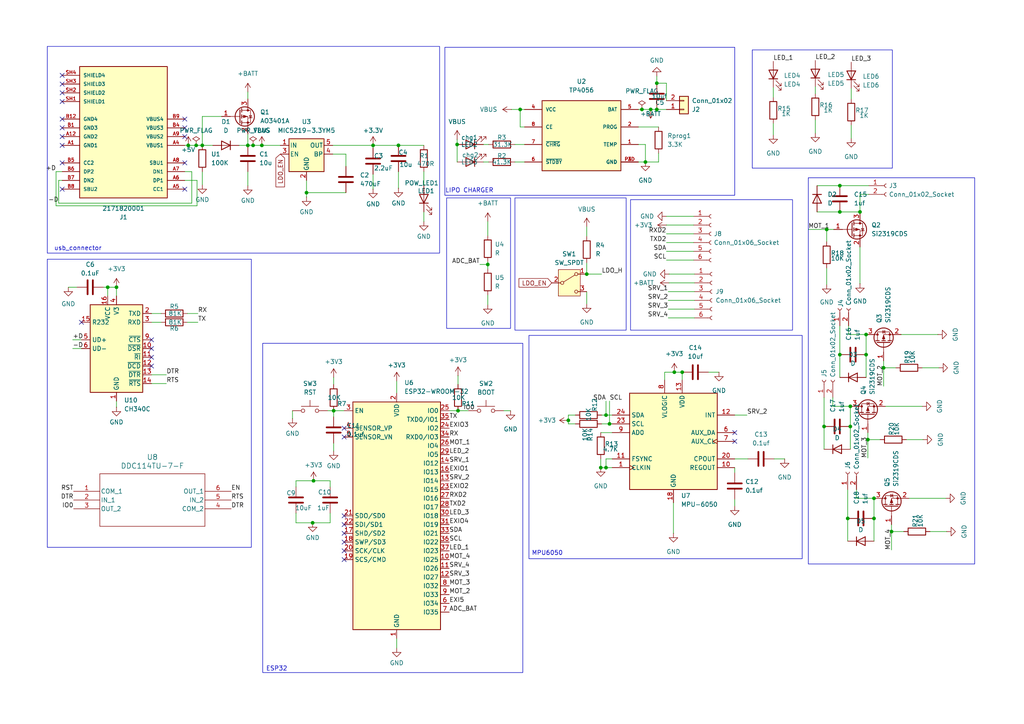
<source format=kicad_sch>
(kicad_sch (version 20231120) (generator "eeschema") (generator_version "8.0")
  (paper "A4")
  (lib_symbols
    (symbol "Connector:Conn_01x02_Socket" (pin_names (offset 1.016) hide)
      (property "Reference" "J" (at 0 2.54 0))
      (property "Value" "Conn_01x02_Socket" (at 0 -5.08 0))
      (symbol "Conn_01x02_Socket_1_1"
        (pin passive line (at -5.08 0 0) (length 3.81) (name "Pin_1") (number "1"))
        (pin passive line (at -5.08 -2.54 0) (length 3.81) (name "Pin_2") (number "2"))
      )
    )
    (symbol "Connector:Conn_01x06_Socket" (pin_names (offset 1.016) hide)
      (property "Reference" "J" (at 0 7.62 0))
      (property "Value" "Conn_01x06_Socket" (at 0 -10.16 0))
      (symbol "Conn_01x06_Socket_1_1"
        (pin passive line (at -5.08 5.08 0) (length 3.81) (name "Pin_1") (number "1"))
        (pin passive line (at -5.08 2.54 0) (length 3.81) (name "Pin_2") (number "2"))
        (pin passive line (at -5.08 0 0) (length 3.81) (name "Pin_3") (number "3"))
        (pin passive line (at -5.08 -2.54 0) (length 3.81) (name "Pin_4") (number "4"))
        (pin passive line (at -5.08 -5.08 0) (length 3.81) (name "Pin_5") (number "5"))
        (pin passive line (at -5.08 -7.62 0) (length 3.81) (name "Pin_6") (number "6"))
      )
    )
    (symbol "Connector_Generic:Conn_01x02" (pin_names (offset 1.016) hide)
      (property "Reference" "J" (at 0 2.54 0))
      (property "Value" "Conn_01x02" (at 0 -5.08 0))
      (symbol "Conn_01x02_1_1"
        (pin passive line (at -5.08 0 0) (length 3.81) (name "Pin_1") (number "1"))
        (pin passive line (at -5.08 -2.54 0) (length 3.81) (name "Pin_2") (number "2"))
      )
    )
    (symbol "DDC114TU-7-F:DDC114TU-7-F" (pin_names (offset 0.254))
      (property "Reference" "U" (at 22.86 10.16 0))
      (property "Value" "DDC114TU-7-F" (at 22.86 7.62 0))
      (symbol "DDC114TU-7-F_0_1"
        (pin bidirectional line (at 0 0 0) (length 7.62) (name "COM_1") (number "1"))
        (pin input line (at 0 -2.54 0) (length 7.62) (name "IN_1") (number "2"))
        (pin unspecified line (at 0 -5.08 0) (length 7.62) (name "OUT_2") (number "3"))
        (pin bidirectional line (at 45.72 -5.08 180) (length 7.62) (name "COM_2") (number "4"))
        (pin input line (at 45.72 -2.54 180) (length 7.62) (name "IN_2") (number "5"))
        (pin output line (at 45.72 0 180) (length 7.62) (name "OUT_1") (number "6"))
      )
    )
    (symbol "Device:C" (pin_numbers hide) (pin_names (offset 0.254))
      (property "Reference" "C" (at 0.635 2.54 0))
      (property "Value" "C" (at 0.635 -2.54 0))
      (symbol "C_1_1"
        (pin passive line (at 0 3.81 270) (length 2.794) (name "~") (number "1"))
        (pin passive line (at 0 -3.81 90) (length 2.794) (name "~") (number "2"))
      )
    )
    (symbol "Device:D" (pin_numbers hide) (pin_names (offset 1.016) hide)
      (property "Reference" "D" (at 0 2.54 0))
      (property "Value" "D" (at 0 -2.54 0))
      (symbol "D_1_1"
        (pin passive line (at -3.81 0 0) (length 2.54) (name "K") (number "1"))
        (pin passive line (at 3.81 0 180) (length 2.54) (name "A") (number "2"))
      )
    )
    (symbol "Device:LED" (pin_numbers hide) (pin_names (offset 1.016) hide)
      (property "Reference" "D" (at 0 2.54 0))
      (property "Value" "LED" (at 0 -2.54 0))
      (symbol "LED_1_1"
        (pin passive line (at -3.81 0 0) (length 2.54) (name "K") (number "1"))
        (pin passive line (at 3.81 0 180) (length 2.54) (name "A") (number "2"))
      )
    )
    (symbol "Device:R" (pin_numbers hide) (pin_names (offset 0))
      (property "Reference" "R" (at 2.032 0 90))
      (property "Value" "R" (at 0 0 90))
      (symbol "R_1_1"
        (pin passive line (at 0 3.81 270) (length 1.27) (name "~") (number "1"))
        (pin passive line (at 0 -3.81 90) (length 1.27) (name "~") (number "2"))
      )
    )
    (symbol "Interface_USB:CH340C"
      (property "Reference" "U" (at -5.08 13.97 0))
      (property "Value" "CH340C" (at 1.27 13.97 0))
      (symbol "CH340C_1_1"
        (pin power_in line (at 0 -15.24 90) (length 2.54) (name "GND") (number "1"))
        (pin input line (at 10.16 0 180) (length 2.54) (name "~{DSR}") (number "10"))
        (pin input line (at 10.16 -2.54 180) (length 2.54) (name "~{RI}") (number "11"))
        (pin input line (at 10.16 -5.08 180) (length 2.54) (name "~{DCD}") (number "12"))
        (pin output line (at 10.16 -7.62 180) (length 2.54) (name "~{DTR}") (number "13"))
        (pin output line (at 10.16 -10.16 180) (length 2.54) (name "~{RTS}") (number "14"))
        (pin input line (at -10.16 7.62 0) (length 2.54) (name "R232") (number "15"))
        (pin power_in line (at -2.54 15.24 270) (length 2.54) (name "VCC") (number "16"))
        (pin output line (at 10.16 10.16 180) (length 2.54) (name "TXD") (number "2"))
        (pin input line (at 10.16 7.62 180) (length 2.54) (name "RXD") (number "3"))
        (pin power_out line (at 0 15.24 270) (length 2.54) (name "V3") (number "4"))
        (pin bidirectional line (at -10.16 2.54 0) (length 2.54) (name "UD+") (number "5"))
        (pin bidirectional line (at -10.16 0 0) (length 2.54) (name "UD-") (number "6"))
        (pin no_connect line (at -7.62 -5.08 0) (length 2.54) hide (name "NC") (number "7"))
        (pin no_connect line (at -7.62 -7.62 0) (length 2.54) hide (name "NC") (number "8"))
        (pin input line (at 10.16 2.54 180) (length 2.54) (name "~{CTS}") (number "9"))
      )
    )
    (symbol "RF_Module:ESP32-WROOM-32"
      (property "Reference" "U" (at -12.7 34.29 0))
      (property "Value" "ESP32-WROOM-32" (at 1.27 34.29 0))
      (symbol "ESP32-WROOM-32_1_1"
        (pin power_in line (at 0 -35.56 90) (length 2.54) (name "GND") (number "1"))
        (pin bidirectional line (at 15.24 -12.7 180) (length 2.54) (name "IO25") (number "10"))
        (pin bidirectional line (at 15.24 -15.24 180) (length 2.54) (name "IO26") (number "11"))
        (pin bidirectional line (at 15.24 -17.78 180) (length 2.54) (name "IO27") (number "12"))
        (pin bidirectional line (at 15.24 10.16 180) (length 2.54) (name "IO14") (number "13"))
        (pin bidirectional line (at 15.24 15.24 180) (length 2.54) (name "IO12") (number "14"))
        (pin passive line (at 0 -35.56 90) (length 2.54) hide (name "GND") (number "15"))
        (pin bidirectional line (at 15.24 12.7 180) (length 2.54) (name "IO13") (number "16"))
        (pin bidirectional line (at -15.24 -5.08 0) (length 2.54) (name "SHD/SD2") (number "17"))
        (pin bidirectional line (at -15.24 -7.62 0) (length 2.54) (name "SWP/SD3") (number "18"))
        (pin bidirectional line (at -15.24 -12.7 0) (length 2.54) (name "SCS/CMD") (number "19"))
        (pin power_in line (at 0 35.56 270) (length 2.54) (name "VDD") (number "2"))
        (pin bidirectional line (at -15.24 -10.16 0) (length 2.54) (name "SCK/CLK") (number "20"))
        (pin bidirectional line (at -15.24 0 0) (length 2.54) (name "SDO/SD0") (number "21"))
        (pin bidirectional line (at -15.24 -2.54 0) (length 2.54) (name "SDI/SD1") (number "22"))
        (pin bidirectional line (at 15.24 7.62 180) (length 2.54) (name "IO15") (number "23"))
        (pin bidirectional line (at 15.24 25.4 180) (length 2.54) (name "IO2") (number "24"))
        (pin bidirectional line (at 15.24 30.48 180) (length 2.54) (name "IO0") (number "25"))
        (pin bidirectional line (at 15.24 20.32 180) (length 2.54) (name "IO4") (number "26"))
        (pin bidirectional line (at 15.24 5.08 180) (length 2.54) (name "IO16") (number "27"))
        (pin bidirectional line (at 15.24 2.54 180) (length 2.54) (name "IO17") (number "28"))
        (pin bidirectional line (at 15.24 17.78 180) (length 2.54) (name "IO5") (number "29"))
        (pin input line (at -15.24 30.48 0) (length 2.54) (name "EN") (number "3"))
        (pin bidirectional line (at 15.24 0 180) (length 2.54) (name "IO18") (number "30"))
        (pin bidirectional line (at 15.24 -2.54 180) (length 2.54) (name "IO19") (number "31"))
        (pin no_connect line (at -12.7 -27.94 0) (length 2.54) hide (name "NC") (number "32"))
        (pin bidirectional line (at 15.24 -5.08 180) (length 2.54) (name "IO21") (number "33"))
        (pin bidirectional line (at 15.24 22.86 180) (length 2.54) (name "RXD0/IO3") (number "34"))
        (pin bidirectional line (at 15.24 27.94 180) (length 2.54) (name "TXD0/IO1") (number "35"))
        (pin bidirectional line (at 15.24 -7.62 180) (length 2.54) (name "IO22") (number "36"))
        (pin bidirectional line (at 15.24 -10.16 180) (length 2.54) (name "IO23") (number "37"))
        (pin passive line (at 0 -35.56 90) (length 2.54) hide (name "GND") (number "38"))
        (pin passive line (at 0 -35.56 90) (length 2.54) hide (name "GND") (number "39"))
        (pin input line (at -15.24 25.4 0) (length 2.54) (name "SENSOR_VP") (number "4"))
        (pin input line (at -15.24 22.86 0) (length 2.54) (name "SENSOR_VN") (number "5"))
        (pin input line (at 15.24 -25.4 180) (length 2.54) (name "IO34") (number "6"))
        (pin input line (at 15.24 -27.94 180) (length 2.54) (name "IO35") (number "7"))
        (pin bidirectional line (at 15.24 -20.32 180) (length 2.54) (name "IO32") (number "8"))
        (pin bidirectional line (at 15.24 -22.86 180) (length 2.54) (name "IO33") (number "9"))
      )
    )
    (symbol "Regulator_Linear:MIC5219-3.3YM5" (pin_names (offset 0.254))
      (property "Reference" "U" (at -3.81 5.715 0))
      (property "Value" "MIC5219-3.3YM5" (at 0 5.715 0))
      (symbol "MIC5219-3.3YM5_1_1"
        (pin power_in line (at -7.62 2.54 0) (length 2.54) (name "IN") (number "1"))
        (pin power_in line (at 0 -7.62 90) (length 2.54) (name "GND") (number "2"))
        (pin input line (at -7.62 0 0) (length 2.54) (name "EN") (number "3"))
        (pin input line (at 7.62 0 180) (length 2.54) (name "BP") (number "4"))
        (pin power_out line (at 7.62 2.54 180) (length 2.54) (name "OUT") (number "5"))
      )
    )
    (symbol "Sensor_Motion:MPU-6050"
      (property "Reference" "U" (at -11.43 13.97 0))
      (property "Value" "MPU-6050" (at 7.62 -15.24 0))
      (symbol "MPU-6050_0_0"
        (text "" (at 12.7 -2.54 0) (effects (font (size 1.27 1.27))))
      )
      (symbol "MPU-6050_1_1"
        (pin input clock (at -17.78 -7.62 0) (length 5.08) (name "CLKIN") (number "1"))
        (pin passive line (at 17.78 -7.62 180) (length 5.08) (name "REGOUT") (number "10"))
        (pin input line (at -17.78 -5.08 0) (length 5.08) (name "FSYNC") (number "11"))
        (pin output line (at 17.78 7.62 180) (length 5.08) (name "INT") (number "12"))
        (pin power_in line (at 2.54 17.78 270) (length 3.81) (name "VDD") (number "13"))
        (pin no_connect line (at -12.7 -10.16 0) (length 2.54) hide (name "NC") (number "14"))
        (pin no_connect line (at 12.7 12.7 180) (length 2.54) hide (name "NC") (number "15"))
        (pin no_connect line (at 12.7 10.16 180) (length 2.54) hide (name "NC") (number "16"))
        (pin no_connect line (at 12.7 5.08 180) (length 2.54) hide (name "NC") (number "17"))
        (pin power_in line (at 0 -17.78 90) (length 3.81) (name "GND") (number "18"))
        (pin no_connect line (at 12.7 -10.16 180) (length 2.54) hide (name "RESV") (number "19"))
        (pin no_connect line (at -12.7 12.7 0) (length 2.54) hide (name "NC") (number "2"))
        (pin passive line (at 17.78 -5.08 180) (length 5.08) (name "CPOUT") (number "20"))
        (pin no_connect line (at 12.7 -2.54 180) (length 2.54) hide (name "RESV") (number "21"))
        (pin no_connect line (at 12.7 -12.7 180) (length 2.54) hide (name "RESV") (number "22"))
        (pin input line (at -17.78 5.08 0) (length 5.08) (name "SCL") (number "23"))
        (pin bidirectional line (at -17.78 7.62 0) (length 5.08) (name "SDA") (number "24"))
        (pin no_connect line (at -12.7 10.16 0) (length 2.54) hide (name "NC") (number "3"))
        (pin no_connect line (at -12.7 0 0) (length 2.54) hide (name "NC") (number "4"))
        (pin no_connect line (at -12.7 -2.54 0) (length 2.54) hide (name "NC") (number "5"))
        (pin bidirectional line (at 17.78 2.54 180) (length 5.08) (name "AUX_DA") (number "6"))
        (pin output clock (at 17.78 0 180) (length 5.08) (name "AUX_CL") (number "7"))
        (pin power_in line (at -2.54 17.78 270) (length 3.81) (name "VLOGIC") (number "8"))
        (pin input line (at -17.78 2.54 0) (length 5.08) (name "AD0") (number "9"))
      )
    )
    (symbol "Switch:SW_Push" (pin_numbers hide) (pin_names (offset 1.016) hide)
      (property "Reference" "SW" (at 1.27 2.54 0))
      (property "Value" "SW_Push" (at 0 -1.524 0))
      (symbol "SW_Push_0_1"
        (pin passive line (at -5.08 0 0) (length 2.54) (name "1") (number "1"))
        (pin passive line (at 5.08 0 180) (length 2.54) (name "2") (number "2"))
      )
    )
    (symbol "Switch:SW_SPDT" (pin_names (offset 0) hide)
      (property "Reference" "SW" (at 0 5.08 0))
      (property "Value" "SW_SPDT" (at 0 -5.08 0))
      (symbol "SW_SPDT_1_1"
        (pin passive line (at 5.08 2.54 180) (length 2.54) (name "A") (number "1"))
        (pin passive line (at -5.08 0 0) (length 2.54) (name "B") (number "2"))
        (pin passive line (at 5.08 -2.54 180) (length 2.54) (name "C") (number "3"))
      )
    )
    (symbol "TP4056:TP4056" (pin_names (offset 1.016))
      (property "Reference" "U" (at 0 0 0))
      (property "Value" "TP4056" (at 0 0 0))
      (symbol "TP4056_0_0"
        (pin bidirectional line (at 15.24 -2.54 180) (length 5.08) (name "TEMP") (number "1"))
        (pin bidirectional line (at 15.24 2.54 180) (length 5.08) (name "PROG") (number "2"))
        (pin bidirectional line (at 15.24 -7.62 180) (length 5.08) (name "GND") (number "3"))
        (pin bidirectional line (at -17.78 7.62 0) (length 5.08) (name "VCC") (number "4"))
        (pin bidirectional line (at 15.24 7.62 180) (length 5.08) (name "BAT") (number "5"))
        (pin bidirectional line (at -17.78 -7.62 0) (length 5.08) (name "~{STDBY}") (number "6"))
        (pin bidirectional line (at -17.78 -2.54 0) (length 5.08) (name "~{CHRG}") (number "7"))
        (pin bidirectional line (at -17.78 2.54 0) (length 5.08) (name "CE") (number "8"))
        (pin bidirectional line (at 15.24 -7.62 180) (length 5.08) (name "GND") (number "PAD"))
      )
    )
    (symbol "Transistor_FET:AO3401A" (pin_names hide)
      (property "Reference" "Q" (at 5.08 1.905 0))
      (property "Value" "AO3401A" (at 5.08 0 0))
      (symbol "AO3401A_1_1"
        (pin input line (at -5.08 0 0) (length 2.54) (name "G") (number "1"))
        (pin passive line (at 2.54 -5.08 90) (length 2.54) (name "S") (number "2"))
        (pin passive line (at 2.54 5.08 270) (length 2.54) (name "D") (number "3"))
      )
    )
    (symbol "Transistor_FET:Si2319CDS" (pin_names hide)
      (property "Reference" "Q" (at 5.08 1.905 0))
      (property "Value" "Si2319CDS" (at 5.08 0 0))
      (symbol "Si2319CDS_1_1"
        (pin input line (at -5.08 0 0) (length 2.54) (name "G") (number "1"))
        (pin passive line (at 2.54 -5.08 90) (length 2.54) (name "S") (number "2"))
        (pin passive line (at 2.54 5.08 270) (length 2.54) (name "D") (number "3"))
      )
    )
    (symbol "USB_C_ESPDRONE:2171820001" (pin_names (offset 1.016))
      (property "Reference" "J" (at -12.7 18.542 0))
      (property "Value" "2171820001" (at -12.7 -21.082 0))
      (symbol "2171820001_0_0"
        (pin power_in line (at 17.78 2.54 180) (length 5.08) (name "GND1") (number "A1"))
        (pin power_in line (at 17.78 0 180) (length 5.08) (name "GND2") (number "A12"))
        (pin power_in line (at -17.78 2.54 0) (length 5.08) (name "VBUS1") (number "A4"))
        (pin bidirectional line (at -17.78 15.24 0) (length 5.08) (name "CC1") (number "A5"))
        (pin bidirectional line (at -17.78 12.7 0) (length 5.08) (name "DP1") (number "A6"))
        (pin bidirectional line (at -17.78 10.16 0) (length 5.08) (name "DN1") (number "A7"))
        (pin bidirectional line (at -17.78 7.62 0) (length 5.08) (name "SBU1") (number "A8"))
        (pin power_in line (at -17.78 0 0) (length 5.08) (name "VBUS2") (number "A9"))
        (pin power_in line (at 17.78 -2.54 180) (length 5.08) (name "GND3") (number "B1"))
        (pin power_in line (at 17.78 -5.08 180) (length 5.08) (name "GND4") (number "B12"))
        (pin power_in line (at -17.78 -2.54 0) (length 5.08) (name "VBUS3") (number "B4"))
        (pin bidirectional line (at 17.78 7.62 180) (length 5.08) (name "CC2") (number "B5"))
        (pin bidirectional line (at 17.78 10.16 180) (length 5.08) (name "DP2") (number "B6"))
        (pin bidirectional line (at 17.78 12.7 180) (length 5.08) (name "DN2") (number "B7"))
        (pin bidirectional line (at 17.78 15.24 180) (length 5.08) (name "SBU2") (number "B8"))
        (pin power_in line (at -17.78 -5.08 0) (length 5.08) (name "VBUS4") (number "B9"))
        (pin passive line (at 17.78 -10.16 180) (length 5.08) (name "SHIELD1") (number "SH1"))
        (pin passive line (at 17.78 -12.7 180) (length 5.08) (name "SHIELD2") (number "SH2"))
        (pin passive line (at 17.78 -15.24 180) (length 5.08) (name "SHIELD3") (number "SH3"))
        (pin passive line (at 17.78 -17.78 180) (length 5.08) (name "SHIELD4") (number "SH4"))
      )
    )
    (symbol "power:+3.3V" (power) (pin_numbers hide) (pin_names (offset 0) hide)
      (property "Value" "+3.3V" (at 0 3.556 0))
      (symbol "+3.3V_1_1"
        (pin power_in line (at 0 0 90) (length 0) (name "~") (number "1"))
      )
    )
    (symbol "power:+3V3" (power) (pin_numbers hide) (pin_names (offset 0) hide)
      (property "Value" "+3V3" (at 0 3.556 0))
      (symbol "+3V3_1_1"
        (pin power_in line (at 0 0 90) (length 0) (name "~") (number "1"))
      )
    )
    (symbol "power:+5V" (power) (pin_numbers hide) (pin_names (offset 0) hide)
      (property "Value" "+5V" (at 0 3.556 0))
      (symbol "+5V_1_1"
        (pin power_in line (at 0 0 90) (length 0) (name "~") (number "1"))
      )
    )
    (symbol "power:+BATT" (power) (pin_numbers hide) (pin_names (offset 0) hide)
      (property "Value" "+BATT" (at 0 3.556 0))
      (symbol "+BATT_1_1"
        (pin power_in line (at 0 0 90) (length 0) (name "~") (number "1"))
      )
    )
    (symbol "power:GND" (power) (pin_numbers hide) (pin_names (offset 0) hide)
      (property "Value" "GND" (at 0 -3.81 0))
      (symbol "GND_1_1"
        (pin power_in line (at 0 0 270) (length 0) (name "~") (number "1"))
      )
    )
    (symbol "power:PWR_FLAG" (power) (pin_numbers hide) (pin_names (offset 0) hide)
      (property "Value" "PWR_FLAG" (at 0 3.81 0))
      (symbol "PWR_FLAG_0_0"
        (pin power_out line (at 0 0 90) (length 0) (name "~") (number "1"))
      )
    )
    (symbol "power:VBUS" (power) (pin_numbers hide) (pin_names (offset 0) hide)
      (property "Value" "VBUS" (at 0 3.556 0))
      (symbol "VBUS_1_1"
        (pin power_in line (at 0 0 90) (length 0) (name "~") (number "1"))
      )
    )
  )
  (junction (at 187.198 46.99))
  (junction (at 256.286 106.68))
  (junction (at 246.634 117.856))
  (junction (at 239.776 66.548))
  (junction (at 190.5 31.75))
  (junction (at 58.674 42.164))
  (junction (at 90.678 151.638))
  (junction (at 73.406 42.164))
  (junction (at 132.842 119.126))
  (junction (at 108.204 42.164))
  (junction (at 195.58 107.95))
  (junction (at 243.586 102.87))
  (junction (at 251.206 97.028))
  (junction (at 75.946 42.164))
  (junction (at 96.774 119.126))
  (junction (at 258.572 154.178))
  (junction (at 164.846 121.92))
  (junction (at 245.872 150.368))
  (junction (at 186.182 31.75))
  (junction (at 170.18 79.502))
  (junction (at 31.242 83.312))
  (junction (at 56.896 42.164))
  (junction (at 251.714 127.508))
  (junction (at 141.478 76.708))
  (junction (at 249.428 61.468))
  (junction (at 246.634 123.698))
  (junction (at 115.57 42.164))
  (junction (at 197.866 107.95))
  (junction (at 190.5 24.13))
  (junction (at 239.014 123.698))
  (junction (at 243.586 61.468))
  (junction (at 175.768 120.396))
  (junction (at 88.9 55.88))
  (junction (at 251.206 102.87))
  (junction (at 150.876 31.75))
  (junction (at 176.784 122.936))
  (junction (at 71.882 42.164))
  (junction (at 175.768 135.636))
  (junction (at 33.782 83.312))
  (junction (at 132.588 41.91))
  (junction (at 90.932 139.446))
  (junction (at 253.492 144.526))
  (junction (at 253.492 150.368))
  (junction (at 188.722 31.75))
  (junction (at 243.586 53.848))
  (junction (at 174.244 135.636))
  (junction (at 54.61 42.164))
  (no_connect (at 99.822 157.226))
  (no_connect (at 53.594 54.864))
  (no_connect (at 18.034 26.924))
  (no_connect (at 18.034 42.164))
  (no_connect (at 213.106 125.476))
  (no_connect (at 18.034 37.084))
  (no_connect (at 53.594 37.084))
  (no_connect (at 18.034 34.544))
  (no_connect (at 53.594 47.244))
  (no_connect (at 99.822 162.306))
  (no_connect (at 99.822 126.746))
  (no_connect (at 18.034 54.864))
  (no_connect (at 53.594 34.544))
  (no_connect (at 23.622 93.472))
  (no_connect (at 213.106 128.016))
  (no_connect (at 43.942 106.172))
  (no_connect (at 18.034 29.464))
  (no_connect (at 43.942 98.552))
  (no_connect (at 99.822 154.686))
  (no_connect (at 18.034 39.624))
  (no_connect (at 43.942 101.092))
  (no_connect (at 99.822 124.206))
  (no_connect (at 18.034 24.384))
  (no_connect (at 53.594 39.624))
  (no_connect (at 99.822 159.766))
  (no_connect (at 43.942 103.632))
  (no_connect (at 18.034 21.844))
  (no_connect (at 99.822 152.146))
  (no_connect (at 18.034 47.244))
  (no_connect (at 99.822 149.606))
  (wire (pts (xy 53.594 52.324) (xy 57.15 52.324)))
  (wire (pts (xy 245.872 156.972) (xy 245.872 150.368)))
  (wire (pts (xy 255.27 127.508) (xy 251.714 127.508)))
  (wire (pts (xy 239.776 77.724) (xy 239.776 82.55)))
  (wire (pts (xy 246.634 117.856) (xy 246.634 123.698)))
  (wire (pts (xy 170.18 79.502) (xy 174.498 79.502)))
  (wire (pts (xy 243.586 102.87) (xy 243.586 94.488)))
  (wire (pts (xy 21.082 101.092) (xy 23.622 101.092)))
  (wire (pts (xy 176.784 122.936) (xy 177.546 122.936)))
  (wire (pts (xy 213.106 133.096) (xy 216.916 133.096)))
  (wire (pts (xy 259.842 106.68) (xy 256.286 106.68)))
  (wire (pts (xy 150.876 36.83) (xy 150.876 31.75)))
  (wire (pts (xy 248.412 141.986) (xy 248.412 144.526)))
  (wire (pts (xy 213.106 144.78) (xy 213.106 146.812)))
  (wire (pts (xy 190.5 31.75) (xy 193.294 31.75)))
  (wire (pts (xy 84.836 119.126) (xy 84.836 121.412)))
  (wire (pts (xy 194.056 79.502) (xy 201.422 79.502)))
  (wire (pts (xy 236.982 61.468) (xy 243.586 61.468)))
  (wire (pts (xy 197.866 110.236) (xy 197.866 107.95)))
  (wire (pts (xy 213.106 135.636) (xy 213.106 137.16)))
  (wire (pts (xy 243.586 109.474) (xy 243.586 102.87)))
  (wire (pts (xy 174.498 120.396) (xy 175.768 120.396)))
  (wire (pts (xy 96.52 44.704) (xy 100.33 44.704)))
  (wire (pts (xy 96.774 120.904) (xy 96.774 119.126)))
  (wire (pts (xy 100.33 55.88) (xy 88.9 55.88)))
  (wire (pts (xy 21.082 98.552) (xy 23.622 98.552)))
  (wire (pts (xy 150.876 31.75) (xy 152.146 31.75)))
  (wire (pts (xy 95.758 139.446) (xy 95.758 141.224)))
  (wire (pts (xy 85.852 151.638) (xy 85.852 148.844)))
  (wire (pts (xy 164.846 122.936) (xy 166.878 122.936)))
  (wire (pts (xy 140.208 46.99) (xy 141.732 46.99)))
  (wire (pts (xy 175.768 133.096) (xy 175.768 135.636)))
  (wire (pts (xy 17.018 52.324) (xy 18.034 52.324)))
  (wire (pts (xy 130.302 119.126) (xy 132.842 119.126)))
  (wire (pts (xy 174.498 122.936) (xy 176.784 122.936)))
  (wire (pts (xy 256.794 117.856) (xy 267.462 117.856)))
  (wire (pts (xy 31.242 83.312) (xy 33.782 83.312)))
  (wire (pts (xy 239.776 66.548) (xy 241.808 66.548)))
  (wire (pts (xy 33.782 83.312) (xy 33.782 85.852)))
  (wire (pts (xy 249.428 61.468) (xy 243.586 61.468)))
  (wire (pts (xy 69.342 42.164) (xy 71.882 42.164)))
  (wire (pts (xy 141.478 85.598) (xy 141.478 88.392)))
  (wire (pts (xy 256.286 112.014) (xy 256.286 106.68)))
  (wire (pts (xy 58.674 33.782) (xy 58.674 42.164)))
  (wire (pts (xy 239.776 70.104) (xy 239.776 66.548)))
  (wire (pts (xy 258.572 154.178) (xy 258.572 152.146)))
  (wire (pts (xy 122.936 61.468) (xy 122.936 64.262)))
  (wire (pts (xy 55.626 58.928) (xy 17.018 58.928)))
  (wire (pts (xy 192.786 107.95) (xy 195.58 107.95)))
  (wire (pts (xy 246.888 36.322) (xy 246.888 40.132)))
  (wire (pts (xy 194.056 82.042) (xy 201.422 82.042)))
  (wire (pts (xy 90.678 151.638) (xy 85.852 151.638)))
  (wire (pts (xy 166.878 120.396) (xy 164.846 120.396)))
  (wire (pts (xy 243.586 53.848) (xy 251.968 53.848)))
  (wire (pts (xy 253.492 144.526) (xy 253.492 150.368)))
  (wire (pts (xy 269.748 154.178) (xy 274.574 154.178)))
  (wire (pts (xy 224.536 133.096) (xy 227.584 133.096)))
  (wire (pts (xy 53.594 42.164) (xy 54.61 42.164)))
  (wire (pts (xy 148.336 31.75) (xy 150.876 31.75)))
  (wire (pts (xy 88.9 55.88) (xy 88.9 52.324)))
  (wire (pts (xy 96.774 109.474) (xy 96.774 111.506)))
  (wire (pts (xy 64.262 33.782) (xy 58.674 33.782)))
  (wire (pts (xy 174.244 133.096) (xy 174.244 135.636)))
  (wire (pts (xy 246.888 25.654) (xy 246.888 28.702)))
  (wire (pts (xy 54.61 42.164) (xy 56.896 42.164)))
  (wire (pts (xy 43.942 93.472) (xy 46.736 93.472)))
  (wire (pts (xy 190.5 22.098) (xy 190.5 24.13)))
  (wire (pts (xy 19.812 83.312) (xy 22.352 83.312)))
  (wire (pts (xy 140.208 41.91) (xy 141.732 41.91)))
  (wire (pts (xy 122.936 49.784) (xy 122.936 53.848)))
  (wire (pts (xy 213.106 120.396) (xy 216.662 120.396)))
  (wire (pts (xy 192.786 110.236) (xy 192.786 107.95)))
  (wire (pts (xy 251.714 127.508) (xy 251.714 125.476)))
  (wire (pts (xy 193.802 87.122) (xy 201.422 87.122)))
  (wire (pts (xy 139.192 76.708) (xy 141.478 76.708)))
  (wire (pts (xy 95.758 151.638) (xy 90.678 151.638)))
  (wire (pts (xy 251.206 97.028) (xy 251.206 102.87)))
  (wire (pts (xy 54.356 90.932) (xy 57.404 90.932)))
  (wire (pts (xy 239.014 123.698) (xy 239.014 115.316)))
  (wire (pts (xy 149.352 41.91) (xy 152.146 41.91)))
  (wire (pts (xy 253.492 156.972) (xy 253.492 150.368)))
  (wire (pts (xy 251.206 109.474) (xy 251.206 102.87)))
  (wire (pts (xy 43.942 108.712) (xy 48.26 108.712)))
  (wire (pts (xy 43.942 90.932) (xy 46.736 90.932)))
  (wire (pts (xy 246.126 94.488) (xy 246.126 97.028)))
  (wire (pts (xy 185.166 31.75) (xy 186.182 31.75)))
  (wire (pts (xy 95.758 148.844) (xy 95.758 151.638)))
  (wire (pts (xy 241.554 115.316) (xy 241.554 117.856)))
  (wire (pts (xy 176.784 116.332) (xy 176.784 122.936)))
  (wire (pts (xy 175.768 116.332) (xy 175.768 120.396)))
  (wire (pts (xy 249.428 56.388) (xy 249.428 61.468)))
  (wire (pts (xy 224.282 35.814) (xy 224.282 39.116)))
  (wire (pts (xy 108.204 42.164) (xy 115.57 42.164)))
  (wire (pts (xy 190.5 24.13) (xy 193.294 24.13)))
  (wire (pts (xy 239.014 130.302) (xy 239.014 123.698)))
  (wire (pts (xy 71.882 49.784) (xy 71.882 53.848)))
  (wire (pts (xy 249.428 71.628) (xy 249.428 82.296)))
  (wire (pts (xy 96.774 128.524) (xy 96.774 130.81)))
  (wire (pts (xy 193.294 70.358) (xy 201.168 70.358)))
  (wire (pts (xy 177.546 133.096) (xy 175.768 133.096)))
  (wire (pts (xy 88.9 57.15) (xy 88.9 55.88)))
  (wire (pts (xy 56.896 42.164) (xy 58.674 42.164)))
  (wire (pts (xy 195.58 107.95) (xy 197.866 107.95)))
  (wire (pts (xy 251.968 56.388) (xy 249.428 56.388)))
  (wire (pts (xy 251.714 132.842) (xy 251.714 127.508)))
  (wire (pts (xy 29.972 83.312) (xy 31.242 83.312)))
  (wire (pts (xy 193.294 72.898) (xy 201.168 72.898)))
  (wire (pts (xy 236.982 53.848) (xy 243.586 53.848)))
  (wire (pts (xy 146.05 119.126) (xy 148.082 119.126)))
  (wire (pts (xy 224.282 25.4) (xy 224.282 28.194)))
  (wire (pts (xy 262.89 127.508) (xy 267.716 127.508)))
  (wire (pts (xy 149.352 46.99) (xy 152.146 46.99)))
  (wire (pts (xy 263.652 144.526) (xy 274.32 144.526)))
  (wire (pts (xy 96.52 42.164) (xy 108.204 42.164)))
  (wire (pts (xy 57.15 52.324) (xy 57.15 59.69)))
  (wire (pts (xy 246.634 130.302) (xy 246.634 123.698)))
  (wire (pts (xy 170.18 84.582) (xy 170.18 88.138)))
  (wire (pts (xy 234.442 66.548) (xy 239.776 66.548)))
  (wire (pts (xy 187.198 41.91) (xy 187.198 46.99)))
  (wire (pts (xy 132.842 119.126) (xy 135.89 119.126)))
  (wire (pts (xy 248.412 144.526) (xy 253.492 144.526)))
  (wire (pts (xy 185.166 41.91) (xy 187.198 41.91)))
  (wire (pts (xy 170.18 65.786) (xy 170.18 68.58)))
  (wire (pts (xy 141.478 76.708) (xy 141.478 77.978)))
  (wire (pts (xy 16.256 49.784) (xy 18.034 49.784)))
  (wire (pts (xy 71.882 38.862) (xy 71.882 42.164)))
  (wire (pts (xy 193.294 67.818) (xy 201.168 67.818)))
  (wire (pts (xy 236.474 34.798) (xy 236.474 38.608)))
  (wire (pts (xy 94.996 119.126) (xy 96.774 119.126)))
  (wire (pts (xy 193.802 84.582) (xy 201.422 84.582)))
  (wire (pts (xy 85.852 141.224) (xy 85.852 139.446)))
  (wire (pts (xy 245.872 150.368) (xy 245.872 141.986)))
  (wire (pts (xy 108.204 42.164) (xy 108.204 42.926)))
  (wire (pts (xy 73.406 42.164) (xy 75.946 42.164)))
  (wire (pts (xy 175.768 135.636) (xy 177.546 135.636)))
  (wire (pts (xy 175.768 120.396) (xy 177.546 120.396)))
  (wire (pts (xy 191.008 46.99) (xy 187.198 46.99)))
  (wire (pts (xy 57.15 59.69) (xy 16.256 59.69)))
  (wire (pts (xy 191.008 44.45) (xy 191.008 46.99)))
  (wire (pts (xy 100.33 44.704) (xy 100.33 48.26)))
  (wire (pts (xy 108.204 50.546) (xy 108.204 54.864)))
  (wire (pts (xy 246.126 97.028) (xy 251.206 97.028)))
  (wire (pts (xy 16.256 59.69) (xy 16.256 49.784)))
  (wire (pts (xy 55.626 49.784) (xy 55.626 58.928)))
  (wire (pts (xy 33.782 116.332) (xy 33.782 118.11)))
  (wire (pts (xy 58.674 49.784) (xy 58.674 53.594)))
  (wire (pts (xy 186.182 31.75) (xy 188.722 31.75)))
  (wire (pts (xy 185.166 46.99) (xy 187.198 46.99)))
  (wire (pts (xy 85.852 139.446) (xy 90.932 139.446)))
  (wire (pts (xy 43.942 111.252) (xy 48.26 111.252)))
  (wire (pts (xy 174.244 135.636) (xy 175.768 135.636)))
  (wire (pts (xy 164.846 121.92) (xy 164.846 122.936)))
  (wire (pts (xy 53.594 49.784) (xy 55.626 49.784)))
  (wire (pts (xy 256.286 106.68) (xy 256.286 104.648)))
  (wire (pts (xy 193.802 89.662) (xy 201.422 89.662)))
  (wire (pts (xy 115.062 110.49) (xy 115.062 114.046)))
  (wire (pts (xy 141.478 75.946) (xy 141.478 76.708)))
  (wire (pts (xy 267.462 106.68) (xy 272.288 106.68)))
  (wire (pts (xy 262.128 154.178) (xy 258.572 154.178)))
  (wire (pts (xy 96.774 119.126) (xy 99.822 119.126)))
  (wire (pts (xy 152.146 36.83) (xy 150.876 36.83)))
  (wire (pts (xy 193.294 62.738) (xy 201.168 62.738)))
  (wire (pts (xy 193.294 75.438) (xy 201.168 75.438)))
  (wire (pts (xy 132.588 41.91) (xy 132.588 46.99)))
  (wire (pts (xy 193.802 92.202) (xy 201.422 92.202)))
  (wire (pts (xy 185.166 36.83) (xy 191.008 36.83)))
  (wire (pts (xy 193.294 65.278) (xy 201.168 65.278)))
  (wire (pts (xy 17.018 58.928) (xy 17.018 52.324)))
  (wire (pts (xy 71.882 42.164) (xy 73.406 42.164)))
  (wire (pts (xy 188.722 31.75) (xy 190.5 31.75)))
  (wire (pts (xy 261.366 97.028) (xy 272.034 97.028)))
  (wire (pts (xy 90.932 139.446) (xy 95.758 139.446)))
  (wire (pts (xy 71.882 26.67) (xy 71.882 28.702)))
  (wire (pts (xy 236.474 25.146) (xy 236.474 27.178)))
  (wire (pts (xy 31.242 83.312) (xy 31.242 85.852)))
  (wire (pts (xy 241.554 117.856) (xy 246.634 117.856)))
  (wire (pts (xy 205.486 107.95) (xy 208.534 107.95)))
  (wire (pts (xy 164.846 120.396) (xy 164.846 121.92)))
  (wire (pts (xy 258.572 159.512) (xy 258.572 154.178)))
  (wire (pts (xy 54.356 93.472) (xy 57.404 93.472)))
  (wire (pts (xy 115.062 185.166) (xy 115.062 187.96)))
  (wire (pts (xy 195.326 145.796) (xy 195.326 154.686)))
  (wire (pts (xy 75.946 42.164) (xy 81.28 42.164)))
  (wire (pts (xy 174.244 125.476) (xy 177.546 125.476)))
  (wire (pts (xy 141.478 64.262) (xy 141.478 68.326)))
  (wire (pts (xy 115.57 42.164) (xy 122.936 42.164)))
  (wire (pts (xy 132.588 41.91) (xy 132.588 40.386)))
  (wire (pts (xy 132.842 108.966) (xy 132.842 111.506)))
  (wire (pts (xy 193.294 24.13) (xy 193.294 29.21)))
  (wire (pts (xy 58.674 42.164) (xy 61.722 42.164)))
  (wire (pts (xy 115.57 49.784) (xy 115.57 54.61)))
  (wire (pts (xy 170.18 76.2) (xy 170.18 79.502)))
  (rectangle (start 76.2 99.568) (end 151.638 195.072))
  (rectangle (start 13.716 75.184) (end 72.898 158.75))
  (rectangle (start 182.88 57.912) (end 229.87 95.758))
  (rectangle (start 129.54 57.404) (end 148.082 95.25))
  (rectangle (start 153.416 97.282) (end 232.664 162.052))
  (rectangle (start 234.442 51.562) (end 282.702 163.576))
  (rectangle (start 129.032 13.716) (end 213.106 56.642))
  (rectangle (start 13.716 13.462) (end 127.508 73.406))
  (rectangle (start 149.352 57.404) (end 181.61 95.758))
  (rectangle (start 218.186 14.478) (end 258.826 48.768))
  (text "ESP32\n" (at 80.264 194.056 0) (effects (font (size 1.27 1.27))))
  (text "MPU6050\n" (at 158.75 160.528 0) (effects (font (size 1.27 1.27))))
  (text "usb_connector\n\n" (at 22.606 73.152 0) (effects (font (size 1.27 1.27))))
  (text "LIPO CHARGER" (at 136.144 55.372 0) (effects (font (size 1.27 1.27))))
  (label "TXD2" (at 130.302 147.066 0))
  (label "SRV_1" (at 130.302 134.366 0))
  (label "LED_2" (at 130.302 131.826 0))
  (label "TX" (at 130.302 121.666 0))
  (label "TXD2" (at 193.294 70.358 180))
  (label "MOT_2" (at 256.286 112.014 90))
  (label "DTR" (at 21.336 145.034 180))
  (label "SRV_4" (at 130.302 164.846 0))
  (label "LED_1" (at 224.282 17.78 0))
  (label "RX" (at 130.302 126.746 0))
  (label "RST" (at 21.336 142.494 180))
  (label "LED_2" (at 236.474 17.526 0))
  (label "IO0" (at 134.366 119.126 0))
  (label "MOT_3" (at 130.302 169.926 0))
  (label "RTS" (at 48.26 111.252 0))
  (label "MOT_2" (at 130.302 172.466 0))
  (label "MOT_1" (at 130.302 129.286 0))
  (label "EXIO2" (at 130.302 141.986 0))
  (label "SDA" (at 130.302 154.686 0))
  (label "SRV_2" (at 130.302 139.446 0))
  (label "MOT_1" (at 234.442 66.548 0))
  (label "EXIO3" (at 130.302 124.206 0))
  (label "MOT_4" (at 130.302 162.306 0))
  (label "RTS" (at 67.056 145.034 0))
  (label "SRV_3" (at 193.802 89.662 180))
  (label "RXD2" (at 130.302 144.526 0))
  (label "SCL" (at 130.302 157.226 0))
  (label "-D" (at 17.018 58.928 180))
  (label "LDO_H" (at 174.498 79.502 0))
  (label "RXD2" (at 193.294 67.818 180))
  (label "EXIO1" (at 130.302 136.906 0))
  (label "ADC_BAT" (at 139.192 76.708 180))
  (label "TX" (at 57.404 93.472 0))
  (label "SDA" (at 175.768 116.332 180))
  (label "LED_1" (at 130.302 159.766 0))
  (label "+D" (at 21.082 98.552 0))
  (label "SRV_2" (at 193.802 87.122 180))
  (label "DTR" (at 48.26 108.712 0))
  (label "MOT_3" (at 251.714 132.842 90))
  (label "SRV_4" (at 193.802 92.202 180))
  (label "-D" (at 21.082 101.092 0))
  (label "ADC_BAT" (at 130.302 177.546 0))
  (label "SDA" (at 193.294 72.898 180))
  (label "SRV_1" (at 193.802 84.582 180))
  (label "RX" (at 57.404 90.932 0))
  (label "EXI5" (at 130.302 175.006 0))
  (label "SRV_3" (at 130.302 167.386 0))
  (label "LED_3" (at 130.302 149.606 0))
  (label "MOT_4" (at 258.572 159.512 90))
  (label "+D" (at 16.256 49.784 180))
  (label "SCL" (at 193.294 75.438 180))
  (label "IO0" (at 21.336 147.574 180))
  (label "DTR" (at 67.056 147.574 0))
  (label "SRV_2" (at 216.662 120.396 0))
  (label "SCL" (at 176.784 116.332 0))
  (label "EN" (at 67.056 142.494 0))
  (label "LED_3" (at 246.888 18.034 0))
  (label "EXIO4" (at 130.302 152.146 0))
  (global_label "LDO_EN" (shape input) (at 160.02 82.042 180) (property "Intersheetrefs" "${INTERSHEET_REFS}" (effects (hide yes))))
  (global_label "LDO_EN" (shape input) (at 81.28 44.704 270) (property "Intersheetrefs" "${INTERSHEET_REFS}" (effects (hide yes))))
  (symbol (lib_id "power:VBUS") (at 170.18 65.786 0) (unit 1)
    (property "Reference" "#PWR019" (effects (hide yes)))
    (property "Value" "VBUS" (at 170.18 60.706 0))
    (property "Description" "Power symbol creates a global label with name \"VBUS\"" (effects (hide yes)))
  )
  (symbol (lib_id "Device:R") (at 265.938 154.178 270) (unit 1)
    (property "Reference" "R21" (at 265.43 149.098 0) (effects (justify left)))
    (property "Value" "10K" (at 266.954 149.098 0) (effects (justify left)))
    (property "Footprint" "Resistor_SMD:R_0603_1608Metric" (effects (hide yes)))
    (property "Description" "Resistor" (effects (hide yes)))
  )
  (symbol (lib_id "Device:C") (at 213.106 140.97 180) (unit 1)
    (property "Reference" "C12" (at 216.154 139.6999 0) (effects (justify right)))
    (property "Value" "0.1uf" (at 216.154 142.2399 0) (effects (justify right)))
    (property "Footprint" "Capacitor_SMD:C_0603_1608Metric" (effects (hide yes)))
    (property "Description" "Unpolarized capacitor" (effects (hide yes)))
  )
  (symbol (lib_id "Connector:Conn_01x02_Socket") (at 243.586 89.408 90) (unit 1)
    (property "Reference" "J4" (at 243.84 89.154 0) (effects (justify left)))
    (property "Value" "Conn_01x02_Socket" (at 246.1259 88.646 0) (effects (justify left)))
    (property "Footprint" "Connector_JST:JST_PH_B2B-PH-K_1x02_P2.00mm_Vertical" (effects (hide yes)))
    (property "Description" "Generic connector, single row, 01x02, script generated" (effects (hide yes)))
  )
  (symbol (lib_id "power:+3.3V") (at 108.204 42.164 0) (unit 1)
    (property "Reference" "#PWR011" (effects (hide yes)))
    (property "Value" "+3.3V" (at 108.204 37.846 0))
    (property "Description" "Power symbol creates a global label with name \"+3.3V\"" (effects (hide yes)))
  )
  (symbol (lib_id "Transistor_FET:Si2319CDS") (at 246.888 66.548 0) (unit 1)
    (property "Reference" "Q2" (at 252.73 65.2779 0) (effects (justify left)))
    (property "Value" "Si2319CDS" (at 252.73 67.8179 0) (effects (justify left)))
    (property "Footprint" "Package_TO_SOT_SMD:SOT-23" (effects (hide yes)))
    (property "Datasheet" "http://www.vishay.com/docs/66709/si2319cd.pdf" (effects (hide yes)))
    (property "Description" "-4.4A Id, -40V Vds, P-Channel MOSFET, SOT-23" (effects (hide yes)))
  )
  (symbol (lib_id "Device:D") (at 247.396 109.474 0) (unit 1)
    (property "Reference" "D3" (at 247.396 102.87 0))
    (property "Value" "D" (at 247.396 105.41 0))
    (property "Footprint" "Diode_SMD:D_SOD-123" (effects (hide yes)))
    (property "Description" "Diode" (effects (hide yes)))
    (property "Sim.Device" "D" (effects (hide yes)))
    (property "Sim.Pins" "1=K 2=A" (effects (hide yes)))
  )
  (symbol (lib_id "Device:R") (at 236.474 30.988 180) (unit 1)
    (property "Reference" "R16" (at 241.554 30.48 0) (effects (justify left)))
    (property "Value" "1K" (at 241.554 32.004 0) (effects (justify left)))
    (property "Footprint" "Resistor_SMD:R_0603_1608Metric" (effects (hide yes)))
    (property "Description" "Resistor" (effects (hide yes)))
  )
  (symbol (lib_id "Device:C") (at 95.758 145.034 180) (unit 1)
    (property "Reference" "C10" (at 92.202 142.748 0) (effects (justify right)))
    (property "Value" "1uF" (at 91.948 147.32 0) (effects (justify right)))
    (property "Footprint" "Capacitor_SMD:C_0603_1608Metric" (effects (hide yes)))
    (property "Description" "Unpolarized capacitor" (effects (hide yes)))
  )
  (symbol (lib_id "power:+3V3") (at 164.846 121.92 90) (unit 1)
    (property "Reference" "#PWR041" (effects (hide yes)))
    (property "Value" "+3V3" (at 161.29 121.9199 90) (effects (justify left)))
    (property "Description" "Power symbol creates a global label with name \"+3V3\"" (effects (hide yes)))
  )
  (symbol (lib_id "Device:C") (at 247.396 102.87 270) (unit 1)
    (property "Reference" "C16" (at 246.1259 98.806 0) (effects (justify right)))
    (property "Value" "1uf" (at 248.6659 98.806 0) (effects (justify right)))
    (property "Footprint" "Capacitor_SMD:C_0603_1608Metric" (effects (hide yes)))
    (property "Description" "Unpolarized capacitor" (effects (hide yes)))
  )
  (symbol (lib_id "power:GND") (at 195.326 154.686 0) (unit 1)
    (property "Reference" "#PWR037" (effects (hide yes)))
    (property "Value" "GND" (at 195.326 160.02 0))
    (property "Description" "Power symbol creates a global label with name \"GND\" , ground" (effects (hide yes)))
  )
  (symbol (lib_id "Device:R") (at 239.776 73.914 180) (unit 1)
    (property "Reference" "R18" (at 244.856 73.406 0) (effects (justify left)))
    (property "Value" "10K" (at 244.856 74.93 0) (effects (justify left)))
    (property "Footprint" "Resistor_SMD:R_0603_1608Metric" (effects (hide yes)))
    (property "Description" "Resistor" (effects (hide yes)))
  )
  (symbol (lib_id "Device:R") (at 191.008 40.64 0) (unit 1)
    (property "Reference" "Rprog1" (at 193.548 39.3699 0) (effects (justify left)))
    (property "Value" "3.3K" (at 193.548 41.9099 0) (effects (justify left)))
    (property "Footprint" "Diode_SMD:D_SOD-123" (effects (hide yes)))
    (property "Description" "Resistor" (effects (hide yes)))
  )
  (symbol (lib_id "power:GND") (at 90.678 151.638 0) (unit 1)
    (property "Reference" "#PWR036" (effects (hide yes)))
    (property "Value" "GND" (at 90.678 155.956 0))
    (property "Description" "Power symbol creates a global label with name \"GND\" , ground" (effects (hide yes)))
  )
  (symbol (lib_id "power:+3V3") (at 33.782 83.312 0) (unit 1)
    (property "Reference" "#PWR025" (effects (hide yes)))
    (property "Value" "+3V3" (at 33.782 77.978 0))
    (property "Description" "Power symbol creates a global label with name \"+3V3\"" (effects (hide yes)))
  )
  (symbol (lib_id "power:+5V") (at 54.61 42.164 0) (unit 1)
    (property "Reference" "#PWR08" (effects (hide yes)))
    (property "Value" "+5V" (at 54.61 43.434 0))
    (property "Description" "Power symbol creates a global label with name \"+5V\"" (effects (hide yes)))
  )
  (symbol (lib_id "Device:LED") (at 136.398 46.99 180) (unit 1)
    (property "Reference" "chg2" (at 136.398 44.958 0))
    (property "Value" "LED3" (at 136.144 46.99 0))
    (property "Footprint" "LED_SMD:LED_0201_0603Metric" (effects (hide yes)))
    (property "Description" "Light emitting diode" (effects (hide yes)))
  )
  (symbol (lib_id "Connector_Generic:Conn_01x02") (at 198.374 31.75 0) (mirror x) (unit 1)
    (property "Reference" "J2" (at 200.66 31.7501 0) (effects (justify left)))
    (property "Value" "Conn_01x02" (at 200.66 29.2101 0) (effects (justify left)))
    (property "Footprint" "Connector_JST:JST_PH_B2B-PH-K_1x02_P2.00mm_Vertical" (effects (hide yes)))
    (property "Description" "Generic connector, single row, 01x02, script generated (kicad-library-utils/schlib/autogen/connector/)" (effects (hide yes)))
  )
  (symbol (lib_id "power:GND") (at 208.534 107.95 0) (unit 1)
    (property "Reference" "#PWR038" (effects (hide yes)))
    (property "Value" "GND" (at 208.534 113.284 0))
    (property "Description" "Power symbol creates a global label with name \"GND\" , ground" (effects (hide yes)))
  )
  (symbol (lib_id "Transistor_FET:Si2319CDS") (at 258.572 147.066 90) (unit 1)
    (property "Reference" "Q5" (at 257.3019 141.224 0) (effects (justify left)))
    (property "Value" "Si2319CDS" (at 259.8419 141.224 0) (effects (justify left)))
    (property "Footprint" "Package_TO_SOT_SMD:SOT-23" (effects (hide yes)))
    (property "Datasheet" "http://www.vishay.com/docs/66709/si2319cd.pdf" (effects (hide yes)))
    (property "Description" "-4.4A Id, -40V Vds, P-Channel MOSFET, SOT-23" (effects (hide yes)))
  )
  (symbol (lib_id "power:GND") (at 115.062 187.96 0) (unit 1)
    (property "Reference" "#PWR034" (effects (hide yes)))
    (property "Value" "GND" (at 115.062 192.278 0))
    (property "Description" "Power symbol creates a global label with name \"GND\" , ground" (effects (hide yes)))
  )
  (symbol (lib_id "power:GND") (at 148.082 119.126 0) (unit 1)
    (property "Reference" "#PWR029" (effects (hide yes)))
    (property "Value" "GND" (at 148.082 124.46 0))
    (property "Description" "Power symbol creates a global label with name \"GND\" , ground" (effects (hide yes)))
  )
  (symbol (lib_id "Device:D") (at 65.532 42.164 180) (unit 1)
    (property "Reference" "D1" (at 65.532 35.306 0))
    (property "Value" "D" (at 65.532 37.846 0))
    (property "Footprint" "Diode_SMD:D_SMA" (effects (hide yes)))
    (property "Description" "Diode" (effects (hide yes)))
    (property "Sim.Device" "D" (effects (hide yes)))
    (property "Sim.Pins" "1=K 2=A" (effects (hide yes)))
  )
  (symbol (lib_id "power:GND") (at 33.782 118.11 0) (unit 1)
    (property "Reference" "#PWR027" (effects (hide yes)))
    (property "Value" "GND" (at 33.782 122.428 0))
    (property "Description" "Power symbol creates a global label with name \"GND\" , ground" (effects (hide yes)))
  )
  (symbol (lib_id "Device:R") (at 174.244 129.286 180) (unit 1)
    (property "Reference" "R13" (at 179.324 128.778 0) (effects (justify left)))
    (property "Value" "4.7K" (at 179.324 130.302 0) (effects (justify left)))
    (property "Footprint" "Resistor_SMD:R_0603_1608Metric" (effects (hide yes)))
    (property "Description" "Resistor" (effects (hide yes)))
  )
  (symbol (lib_id "power:GND") (at 174.244 135.636 0) (unit 1)
    (property "Reference" "#PWR040" (effects (hide yes)))
    (property "Value" "GND" (at 174.244 140.97 0))
    (property "Description" "Power symbol creates a global label with name \"GND\" , ground" (effects (hide yes)))
  )
  (symbol (lib_id "power:+BATT") (at 188.722 31.75 180) (unit 1)
    (property "Reference" "#PWR014" (effects (hide yes)))
    (property "Value" "+BATT" (at 188.722 33.02 0))
    (property "Description" "Power symbol creates a global label with name \"+BATT\"" (effects (hide yes)))
  )
  (symbol (lib_id "Switch:SW_SPDT") (at 165.1 82.042 0) (unit 1)
    (property "Reference" "SW1" (at 165.1 73.66 0))
    (property "Value" "SW_SPDT" (at 165.1 76.2 0))
    (property "Footprint" "Button_Switch_SMD:SW_SPDT_PCM12" (effects (hide yes)))
    (property "Description" "Switch, single pole double throw" (effects (hide yes)))
  )
  (symbol (lib_id "Device:C") (at 201.676 107.95 90) (unit 1)
    (property "Reference" "C14" (at 201.676 100.838 90))
    (property "Value" "10uf" (at 201.676 103.378 90))
    (property "Footprint" "Capacitor_SMD:C_0603_1608Metric" (effects (hide yes)))
    (property "Description" "Unpolarized capacitor" (effects (hide yes)))
  )
  (symbol (lib_id "Device:C") (at 190.5 27.94 0) (unit 1)
    (property "Reference" "C5" (at 189.992 29.718 0) (effects (justify left)))
    (property "Value" "10uf" (at 188.976 27.94 0) (effects (justify left)))
    (property "Footprint" "Capacitor_SMD:C_0603_1608Metric" (effects (hide yes)))
    (property "Description" "Unpolarized capacitor" (effects (hide yes)))
  )
  (symbol (lib_id "power:GND") (at 267.462 117.856 90) (unit 1)
    (property "Reference" "#PWR051" (effects (hide yes)))
    (property "Value" "GND" (at 272.542 117.856 0))
    (property "Description" "Power symbol creates a global label with name \"GND\" , ground" (effects (hide yes)))
  )
  (symbol (lib_id "power:+3V3") (at 96.774 109.474 0) (unit 1)
    (property "Reference" "#PWR031" (effects (hide yes)))
    (property "Value" "+3V3" (at 96.774 104.902 0))
    (property "Description" "Power symbol creates a global label with name \"+3V3\"" (effects (hide yes)))
  )
  (symbol (lib_id "power:+3V3") (at 90.932 139.446 0) (unit 1)
    (property "Reference" "#PWR035" (effects (hide yes)))
    (property "Value" "+3V3" (at 90.932 134.874 0))
    (property "Description" "Power symbol creates a global label with name \"+3V3\"" (effects (hide yes)))
  )
  (symbol (lib_id "Regulator_Linear:MIC5219-3.3YM5") (at 88.9 44.704 0) (unit 1)
    (property "Reference" "U3" (at 88.9 35.306 0))
    (property "Value" "MIC5219-3.3YM5" (at 88.9 37.846 0))
    (property "Footprint" "Package_TO_SOT_SMD:SOT-23-5" (effects (hide yes)))
    (property "Datasheet" "http://ww1.microchip.com/downloads/en/DeviceDoc/MIC5219-500mA-Peak-Output-LDO-Regulator-DS20006021A.pdf" (effects (hide yes)))
    (property "Description" "500mA low dropout linear regulator, fixed 3.3V output, SOT-23-5" (effects (hide yes)))
  )
  (symbol (lib_id "Device:R") (at 170.18 72.39 0) (unit 1)
    (property "Reference" "R4" (at 172.72 71.1199 0) (effects (justify left)))
    (property "Value" "R" (at 172.72 73.6599 0) (effects (justify left)))
    (property "Footprint" "Resistor_SMD:R_0603_1608Metric" (effects (hide yes)))
    (property "Description" "Resistor" (effects (hide yes)))
  )
  (symbol (lib_id "Device:D") (at 249.682 156.972 0) (unit 1)
    (property "Reference" "D5" (at 249.682 151.13 0))
    (property "Value" "D" (at 249.682 153.67 0))
    (property "Footprint" "Diode_SMD:D_SOD-123" (effects (hide yes)))
    (property "Description" "Diode" (effects (hide yes)))
    (property "Sim.Device" "D" (effects (hide yes)))
    (property "Sim.Pins" "1=K 2=A" (effects (hide yes)))
  )
  (symbol (lib_id "power:GND") (at 141.478 88.392 0) (unit 1)
    (property "Reference" "#PWR018" (effects (hide yes)))
    (property "Value" "GND" (at 141.478 93.726 0))
    (property "Description" "Power symbol creates a global label with name \"GND\" , ground" (effects (hide yes)))
  )
  (symbol (lib_id "power:GND") (at 246.888 40.132 0) (unit 1)
    (property "Reference" "#PWR046" (effects (hide yes)))
    (property "Value" "GND" (at 246.888 45.466 0))
    (property "Description" "Power symbol creates a global label with name \"GND\" , ground" (effects (hide yes)))
  )
  (symbol (lib_id "power:GND") (at 267.716 127.508 90) (unit 1)
    (property "Reference" "#PWR052" (effects (hide yes)))
    (property "Value" "GND" (at 272.796 127.508 0))
    (property "Description" "Power symbol creates a global label with name \"GND\" , ground" (effects (hide yes)))
  )
  (symbol (lib_id "power:+BATT") (at 194.056 82.042 90) (unit 1)
    (property "Reference" "#PWR024" (effects (hide yes)))
    (property "Value" "+BATT" (at 189.738 82.0419 90) (effects (justify left)))
    (property "Description" "Power symbol creates a global label with name \"+BATT\"" (effects (hide yes)))
  )
  (symbol (lib_id "power:+3V3") (at 132.842 108.966 0) (unit 1)
    (property "Reference" "#PWR028" (effects (hide yes)))
    (property "Value" "+3V3" (at 132.842 104.394 0))
    (property "Description" "Power symbol creates a global label with name \"+3V3\"" (effects (hide yes)))
  )
  (symbol (lib_id "USB_C_ESPDRONE:2171820001") (at 35.814 39.624 180) (unit 1)
    (property "Reference" "J1" (at 35.814 62.992 0))
    (property "Value" "2171820001" (at 35.814 60.452 0))
    (property "Footprint" "2171820001:MOLEX_2171820001" (effects (hide yes)))
    (property "MF" "Molex" (effects (hide yes)))
    (property "MAXIMUM_PACKAGE_HEIGHT" "6.4 mm" (effects (hide yes)))
    (property "Package" "None" (effects (hide yes)))
    (property "Price" "None" (effects (hide yes)))
    (property "Check_prices" "https://www.snapeda.com/parts/2171820001/Molex/view-part/?ref=eda" (effects (hide yes)))
    (property "STANDARD" "Manufacturer Recommendations" (effects (hide yes)))
    (property "PARTREV" "B" (effects (hide yes)))
    (property "SnapEDA_Link" "https://www.snapeda.com/parts/2171820001/Molex/view-part/?ref=snap" (effects (hide yes)))
    (property "MP" "2171820001" (effects (hide yes)))
    (property "Description_1" "\n                        \n                            Universal Serial Bus (USB) Shielded I/O Receptacle, Type C, Vertical, Surface Mount, Height 6.40mm, 16 Circuits, Gold (Au) Plating\n                        \n" (effects (hide yes)))
    (property "Availability" "In Stock" (effects (hide yes)))
    (property "MANUFACTURER" "Molex" (effects (hide yes)))
  )
  (symbol (lib_id "power:VBUS") (at 75.946 42.164 0) (unit 1)
    (property "Reference" "#PWR09" (effects (hide yes)))
    (property "Value" "VBUS" (at 75.946 37.846 0))
    (property "Description" "Power symbol creates a global label with name \"VBUS\"" (effects (hide yes)))
  )
  (symbol (lib_id "Device:R") (at 96.774 115.316 0) (unit 1)
    (property "Reference" "R7" (at 97.79 117.094 0) (effects (justify left)))
    (property "Value" "10K" (at 94.996 115.316 0) (effects (justify left)))
    (property "Footprint" "Resistor_SMD:R_0603_1608Metric" (effects (hide yes)))
    (property "Description" "Resistor" (effects (hide yes)))
  )
  (symbol (lib_id "Connector:Conn_01x02_Socket") (at 245.872 136.906 90) (unit 1)
    (property "Reference" "J6" (at 245.8719 136.144 0) (effects (justify left)))
    (property "Value" "Conn_01x02_Socket" (at 248.4119 136.144 0) (effects (justify left)))
    (property "Footprint" "Connector_JST:JST_PH_B2B-PH-K_1x02_P2.00mm_Vertical" (effects (hide yes)))
    (property "Description" "Generic connector, single row, 01x02, script generated" (effects (hide yes)))
  )
  (symbol (lib_id "Device:LED") (at 224.282 21.59 90) (unit 1)
    (property "Reference" "LED4" (at 227.33 21.9074 90) (effects (justify right)))
    (property "Value" "LED4" (at 227.33 24.4474 90) (effects (justify right)))
    (property "Footprint" "LED_SMD:LED_0201_0603Metric" (effects (hide yes)))
    (property "Description" "Light emitting diode" (effects (hide yes)))
  )
  (symbol (lib_id "RF_Module:ESP32-WROOM-32") (at 115.062 149.606 0) (unit 1)
    (property "Reference" "U6" (at 117.2561 110.998 0) (effects (justify left)))
    (property "Value" "ESP32-WROOM-32" (at 117.2561 113.538 0) (effects (justify left)))
    (property "Footprint" "RF_Module:ESP32-WROOM-32" (effects (hide yes)))
    (property "Datasheet" "https://www.espressif.com/sites/default/files/documentation/esp32-wroom-32_datasheet_en.pdf" (effects (hide yes)))
    (property "Description" "RF Module, ESP32-D0WDQ6 SoC, Wi-Fi 802.11b/g/n, Bluetooth, BLE, 32-bit, 2.7-3.6V, onboard antenna, SMD" (effects (hide yes)))
  )
  (symbol (lib_id "power:GND") (at 115.57 54.61 0) (unit 1)
    (property "Reference" "#PWR07" (effects (hide yes)))
    (property "Value" "GND" (at 115.57 58.928 0))
    (property "Description" "Power symbol creates a global label with name \"GND\" , ground" (effects (hide yes)))
  )
  (symbol (lib_id "TP4056:TP4056") (at 169.926 39.37 0) (unit 1)
    (property "Reference" "U2" (at 168.656 23.622 0))
    (property "Value" "TP4056" (at 168.656 26.162 0))
    (property "Footprint" "Package_SO:SOIC-8_3.9x4.9mm_P1.27mm" (effects (hide yes)))
    (property "MF" "Texas Instruments" (effects (hide yes)))
    (property "Description_1" "\n                        \n                            Charger Li-Ion Article 1A protection, module with IO TP4056 (micro USB)\n                        \n" (effects (hide yes)))
    (property "Package" "None" (effects (hide yes)))
    (property "Price" "None" (effects (hide yes)))
    (property "SnapEDA_Link" "https://www.snapeda.com/parts/TP4056/Texas+Instruments/view-part/?ref=snap" (effects (hide yes)))
    (property "MP" "TP4056" (effects (hide yes)))
    (property "Availability" "Not in stock" (effects (hide yes)))
    (property "Check_prices" "https://www.snapeda.com/parts/TP4056/Texas+Instruments/view-part/?ref=eda" (effects (hide yes)))
  )
  (symbol (lib_id "Device:C") (at 115.57 45.974 0) (unit 1)
    (property "Reference" "C4" (at 115.57 44.196 0) (effects (justify left)))
    (property "Value" "10u" (at 115.824 47.752 0) (effects (justify left)))
    (property "Footprint" "Capacitor_SMD:C_0603_1608Metric" (effects (hide yes)))
    (property "Description" "Unpolarized capacitor" (effects (hide yes)))
  )
  (symbol (lib_id "power:+BATT") (at 141.478 64.262 0) (unit 1)
    (property "Reference" "#PWR017" (effects (hide yes)))
    (property "Value" "+BATT" (at 141.478 58.928 0))
    (property "Description" "Power symbol creates a global label with name \"+BATT\"" (effects (hide yes)))
  )
  (symbol (lib_id "Device:R") (at 170.688 120.396 90) (unit 1)
    (property "Reference" "R12" (at 172.466 119.38 0) (effects (justify left)))
    (property "Value" "10K" (at 170.688 122.174 0) (effects (justify left)))
    (property "Footprint" "Resistor_SMD:R_0603_1608Metric" (effects (hide yes)))
    (property "Description" "Resistor" (effects (hide yes)))
  )
  (symbol (lib_id "Device:C") (at 220.726 133.096 90) (unit 1)
    (property "Reference" "C13" (at 220.726 125.984 90))
    (property "Value" "0.1uf" (at 220.726 128.524 90))
    (property "Footprint" "Capacitor_SMD:C_0603_1608Metric" (effects (hide yes)))
    (property "Description" "Unpolarized capacitor" (effects (hide yes)))
  )
  (symbol (lib_id "Transistor_FET:Si2319CDS") (at 256.286 99.568 90) (unit 1)
    (property "Reference" "Q3" (at 255.0159 93.726 0) (effects (justify left)))
    (property "Value" "Si2319CDS" (at 257.5559 93.726 0) (effects (justify left)))
    (property "Footprint" "Package_TO_SOT_SMD:SOT-23" (effects (hide yes)))
    (property "Datasheet" "http://www.vishay.com/docs/66709/si2319cd.pdf" (effects (hide yes)))
    (property "Description" "-4.4A Id, -40V Vds, P-Channel MOSFET, SOT-23" (effects (hide yes)))
  )
  (symbol (lib_id "Device:C") (at 243.586 57.658 180) (unit 1)
    (property "Reference" "C15" (at 247.65 56.3879 0) (effects (justify right)))
    (property "Value" "1uf" (at 247.65 58.9279 0) (effects (justify right)))
    (property "Footprint" "Capacitor_SMD:C_0603_1608Metric" (effects (hide yes)))
    (property "Description" "Unpolarized capacitor" (effects (hide yes)))
  )
  (symbol (lib_id "Device:LED") (at 122.936 57.658 90) (unit 1)
    (property "Reference" "POW_LED1" (at 117.348 53.086 90) (effects (justify right)))
    (property "Value" "LED1" (at 121.158 55.372 90) (effects (justify right)))
    (property "Footprint" "LED_SMD:LED_0201_0603Metric" (effects (hide yes)))
    (property "Description" "Light emitting diode" (effects (hide yes)))
  )
  (symbol (lib_id "power:VBUS") (at 148.336 31.75 90) (unit 1)
    (property "Reference" "#PWR012" (effects (hide yes)))
    (property "Value" "VBUS" (at 144.272 31.7499 90) (effects (justify left)))
    (property "Description" "Power symbol creates a global label with name \"VBUS\"" (effects (hide yes)))
  )
  (symbol (lib_id "Device:R") (at 145.542 41.91 270) (unit 1)
    (property "Reference" "R3" (at 145.542 39.878 90))
    (property "Value" "31.3K" (at 145.796 41.91 90))
    (property "Footprint" "Resistor_SMD:R_0603_1608Metric" (effects (hide yes)))
    (property "Description" "Resistor" (effects (hide yes)))
  )
  (symbol (lib_id "Device:R") (at 50.546 93.472 90) (unit 1)
    (property "Reference" "R6" (at 50.546 95.25 90))
    (property "Value" "81K" (at 50.8 93.472 90))
    (property "Footprint" "Resistor_SMD:R_0603_1608Metric" (effects (hide yes)))
    (property "Description" "Resistor" (effects (hide yes)))
  )
  (symbol (lib_id "power:GND") (at 274.32 144.526 90) (unit 1)
    (property "Reference" "#PWR053" (effects (hide yes)))
    (property "Value" "GND" (at 279.4 144.526 0))
    (property "Description" "Power symbol creates a global label with name \"GND\" , ground" (effects (hide yes)))
  )
  (symbol (lib_id "Device:R") (at 50.546 90.932 90) (unit 1)
    (property "Reference" "R5" (at 50.546 88.9 90))
    (property "Value" "81K" (at 50.8 90.932 90))
    (property "Footprint" "Resistor_SMD:R_0603_1608Metric" (effects (hide yes)))
    (property "Description" "Resistor" (effects (hide yes)))
  )
  (symbol (lib_id "power:GND") (at 96.774 130.81 0) (unit 1)
    (property "Reference" "#PWR033" (effects (hide yes)))
    (property "Value" "GND" (at 96.774 135.128 0))
    (property "Description" "Power symbol creates a global label with name \"GND\" , ground" (effects (hide yes)))
  )
  (symbol (lib_id "Switch:SW_Push") (at 89.916 119.126 0) (unit 1)
    (property "Reference" "SW3" (at 89.916 111.252 0))
    (property "Value" "RST" (at 89.916 113.792 0))
    (property "Footprint" "Button_Switch_SMD:SW_Push_1P1T-MP_NO_Horizontal_Alps_SKRTLAE010" (effects (hide yes)))
    (property "Description" "Push button switch, generic, two pins" (effects (hide yes)))
  )
  (symbol (lib_id "power:GND") (at 108.204 54.864 0) (unit 1)
    (property "Reference" "#PWR06" (effects (hide yes)))
    (property "Value" "GND" (at 108.204 59.182 0))
    (property "Description" "Power symbol creates a global label with name \"GND\" , ground" (effects (hide yes)))
  )
  (symbol (lib_id "power:GND") (at 88.9 57.15 0) (unit 1)
    (property "Reference" "#PWR04" (effects (hide yes)))
    (property "Value" "GND" (at 88.9 61.468 0))
    (property "Description" "Power symbol creates a global label with name \"GND\" , ground" (effects (hide yes)))
  )
  (symbol (lib_id "Device:R") (at 141.478 72.136 0) (unit 1)
    (property "Reference" "U4" (at 143.51 70.8659 0) (effects (justify left)))
    (property "Value" "R" (at 143.51 73.4059 0) (effects (justify left)))
    (property "Footprint" "Resistor_SMD:R_0201_0603Metric" (effects (hide yes)))
    (property "Description" "Resistor" (effects (hide yes)))
  )
  (symbol (lib_id "power:GND") (at 239.776 82.55 0) (unit 1)
    (property "Reference" "#PWR047" (effects (hide yes)))
    (property "Value" "GND" (at 239.776 87.63 0))
    (property "Description" "Power symbol creates a global label with name \"GND\" , ground" (effects (hide yes)))
  )
  (symbol (lib_id "power:+BATT") (at 71.882 26.67 0) (unit 1)
    (property "Reference" "#PWR010" (effects (hide yes)))
    (property "Value" "+BATT" (at 71.882 21.336 0))
    (property "Description" "Power symbol creates a global label with name \"+BATT\"" (effects (hide yes)))
  )
  (symbol (lib_id "power:GND") (at 249.428 82.296 0) (unit 1)
    (property "Reference" "#PWR048" (effects (hide yes)))
    (property "Value" "GND" (at 249.428 87.376 0))
    (property "Description" "Power symbol creates a global label with name \"GND\" , ground" (effects (hide yes)))
  )
  (symbol (lib_id "Device:R") (at 58.674 45.974 0) (unit 1)
    (property "Reference" "U1" (at 61.214 44.7039 0) (effects (justify left)))
    (property "Value" "100K" (at 61.214 47.2439 0) (effects (justify left)))
    (property "Footprint" "Resistor_SMD:R_0201_0603Metric" (effects (hide yes)))
    (property "Description" "Resistor" (effects (hide yes)))
  )
  (symbol (lib_id "DDC114TU-7-F:DDC114TU-7-F") (at 21.336 142.494 0) (unit 1)
    (property "Reference" "U8" (at 44.196 132.588 0) (effects (font (size 1.524 1.524))))
    (property "Value" "DDC114TU-7-F" (at 44.196 135.128 0) (effects (font (size 1.524 1.524))))
    (property "Footprint" "DDC114TU-7-F:SOT_363_DIO" (effects (hide yes)))
    (property "Datasheet" "DDC114TU-7-F" (effects (hide yes)))
  )
  (symbol (lib_id "Device:D") (at 242.824 130.302 0) (unit 1)
    (property "Reference" "D4" (at 242.824 124.46 0))
    (property "Value" "D" (at 242.824 127 0))
    (property "Footprint" "Diode_SMD:D_SOD-123" (effects (hide yes)))
    (property "Description" "Diode" (effects (hide yes)))
    (property "Sim.Device" "D" (effects (hide yes)))
    (property "Sim.Pins" "1=K 2=A" (effects (hide yes)))
  )
  (symbol (lib_id "power:GND") (at 236.474 38.608 0) (unit 1)
    (property "Reference" "#PWR045" (effects (hide yes)))
    (property "Value" "GND" (at 236.474 43.942 0))
    (property "Description" "Power symbol creates a global label with name \"GND\" , ground" (effects (hide yes)))
  )
  (symbol (lib_id "power:GND") (at 224.282 39.116 0) (unit 1)
    (property "Reference" "#PWR044" (effects (hide yes)))
    (property "Value" "GND" (at 224.282 44.45 0))
    (property "Description" "Power symbol creates a global label with name \"GND\" , ground" (effects (hide yes)))
  )
  (symbol (lib_id "power:GND") (at 58.674 53.594 0) (unit 1)
    (property "Reference" "#PWR03" (effects (hide yes)))
    (property "Value" "GND" (at 58.674 57.912 0))
    (property "Description" "Power symbol creates a global label with name \"GND\" , ground" (effects (hide yes)))
  )
  (symbol (lib_id "Switch:SW_Push") (at 140.97 119.126 0) (unit 1)
    (property "Reference" "SW2" (at 140.97 111.252 0))
    (property "Value" "BOOT" (at 140.97 113.792 0))
    (property "Footprint" "Button_Switch_SMD:SW_Push_1P1T-MP_NO_Horizontal_Alps_SKRTLAE010" (effects (hide yes)))
    (property "Description" "Push button switch, generic, two pins" (effects (hide yes)))
  )
  (symbol (lib_id "Interface_USB:CH340C") (at 33.782 101.092 0) (unit 1)
    (property "Reference" "U10" (at 35.9761 116.078 0) (effects (justify left)))
    (property "Value" "CH340C" (at 35.9761 118.618 0) (effects (justify left)))
    (property "Footprint" "Package_SO:SOIC-16_3.9x9.9mm_P1.27mm" (effects (hide yes)))
    (property "Datasheet" "https://datasheet.lcsc.com/szlcsc/Jiangsu-Qin-Heng-CH340C_C84681.pdf" (effects (hide yes)))
    (property "Description" "USB serial converter, crystal-less, UART, SOIC-16" (effects (hide yes)))
  )
  (symbol (lib_id "Connector:Conn_01x02_Socket") (at 257.048 53.848 0) (unit 1)
    (property "Reference" "J3" (at 257.81 53.8479 0) (effects (justify left)))
    (property "Value" "Conn_01x02_Socket" (at 257.81 56.3879 0) (effects (justify left)))
    (property "Footprint" "Connector_JST:JST_PH_B2B-PH-K_1x02_P2.00mm_Vertical" (effects (hide yes)))
    (property "Description" "Generic connector, single row, 01x02, script generated" (effects (hide yes)))
  )
  (symbol (lib_id "power:PWR_FLAG") (at 56.896 42.164 0) (unit 1)
    (property "Reference" "#FLG03" (effects (hide yes)))
    (property "Value" "PWR_FLAG" (at 56.896 37.846 0))
    (property "Description" "Special symbol for telling ERC where power comes from" (effects (hide yes)))
  )
  (symbol (lib_id "Connector:Conn_01x06_Socket") (at 206.248 67.818 0) (unit 1)
    (property "Reference" "J8" (at 207.01 67.8179 0) (effects (justify left)))
    (property "Value" "Conn_01x06_Socket" (at 207.01 70.3579 0) (effects (justify left)))
    (property "Footprint" "Connector_PinHeader_1.00mm:PinHeader_1x06_P1.00mm_Vertical" (effects (hide yes)))
    (property "Description" "Generic connector, single row, 01x06, script generated" (effects (hide yes)))
  )
  (symbol (lib_id "Device:R") (at 259.08 127.508 270) (unit 1)
    (property "Reference" "R20" (at 258.572 122.428 0) (effects (justify left)))
    (property "Value" "10K" (at 260.096 122.428 0) (effects (justify left)))
    (property "Footprint" "Resistor_SMD:R_0603_1608Metric" (effects (hide yes)))
    (property "Description" "Resistor" (effects (hide yes)))
  )
  (symbol (lib_id "power:GND") (at 272.288 106.68 90) (unit 1)
    (property "Reference" "#PWR049" (effects (hide yes)))
    (property "Value" "GND" (at 277.368 106.68 0))
    (property "Description" "Power symbol creates a global label with name \"GND\" , ground" (effects (hide yes)))
  )
  (symbol (lib_id "Device:D") (at 236.982 57.658 270) (unit 1)
    (property "Reference" "D2" (at 240.03 56.3879 90) (effects (justify left)))
    (property "Value" "D" (at 240.03 58.9279 90) (effects (justify left)))
    (property "Footprint" "Diode_SMD:D_SOD-123" (effects (hide yes)))
    (property "Description" "Diode" (effects (hide yes)))
    (property "Sim.Device" "D" (effects (hide yes)))
    (property "Sim.Pins" "1=K 2=A" (effects (hide yes)))
  )
  (symbol (lib_id "Device:C") (at 249.682 150.368 270) (unit 1)
    (property "Reference" "C18" (at 248.4119 146.304 0) (effects (justify right)))
    (property "Value" "1uf" (at 250.9519 146.304 0) (effects (justify right)))
    (property "Footprint" "Capacitor_SMD:C_0603_1608Metric" (effects (hide yes)))
    (property "Description" "Unpolarized capacitor" (effects (hide yes)))
  )
  (symbol (lib_id "power:GND") (at 187.198 46.99 0) (unit 1)
    (property "Reference" "#PWR016" (effects (hide yes)))
    (property "Value" "GND" (at 187.198 52.324 0))
    (property "Description" "Power symbol creates a global label with name \"GND\" , ground" (effects (hide yes)))
  )
  (symbol (lib_id "Device:C") (at 85.852 145.034 180) (unit 1)
    (property "Reference" "C9" (at 83.058 143.002 0) (effects (justify right)))
    (property "Value" "10uF" (at 85.598 147.32 0) (effects (justify right)))
    (property "Footprint" "Capacitor_SMD:C_0603_1608Metric" (effects (hide yes)))
    (property "Description" "Unpolarized capacitor" (effects (hide yes)))
  )
  (symbol (lib_id "Device:C") (at 71.882 45.974 0) (unit 1)
    (property "Reference" "C1" (at 75.184 44.7039 0) (effects (justify left)))
    (property "Value" "10u" (at 75.184 47.2439 0) (effects (justify left)))
    (property "Footprint" "Capacitor_SMD:C_0603_1608Metric" (effects (hide yes)))
    (property "Description" "Unpolarized capacitor" (effects (hide yes)))
  )
  (symbol (lib_id "Transistor_FET:Si2319CDS") (at 251.714 120.396 90) (unit 1)
    (property "Reference" "Q4" (at 250.4439 114.554 0) (effects (justify left)))
    (property "Value" "Si2319CDS" (at 252.9839 114.554 0) (effects (justify left)))
    (property "Footprint" "Package_TO_SOT_SMD:SOT-23" (effects (hide yes)))
    (property "Datasheet" "http://www.vishay.com/docs/66709/si2319cd.pdf" (effects (hide yes)))
    (property "Description" "-4.4A Id, -40V Vds, P-Channel MOSFET, SOT-23" (effects (hide yes)))
  )
  (symbol (lib_id "power:PWR_FLAG") (at 186.182 31.75 0) (unit 1)
    (property "Reference" "#FLG02" (effects (hide yes)))
    (property "Value" "PWR_FLAG" (at 186.182 26.416 0))
    (property "Description" "Special symbol for telling ERC where power comes from" (effects (hide yes)))
  )
  (symbol (lib_id "Device:C") (at 100.33 52.07 0) (unit 1)
    (property "Reference" "C2" (at 104.394 50.7999 0) (effects (justify left)))
    (property "Value" "470uF" (at 104.394 53.3399 0) (effects (justify left)))
    (property "Footprint" "Capacitor_SMD:C_0603_1608Metric" (effects (hide yes)))
    (property "Description" "Unpolarized capacitor" (effects (hide yes)))
  )
  (symbol (lib_id "power:VBUS") (at 132.588 40.386 0) (unit 1)
    (property "Reference" "#PWR013" (effects (hide yes)))
    (property "Value" "VBUS" (at 132.588 35.306 0))
    (property "Description" "Power symbol creates a global label with name \"VBUS\"" (effects (hide yes)))
  )
  (symbol (lib_id "Device:LED") (at 236.474 21.336 90) (unit 1)
    (property "Reference" "LED5" (at 240.03 21.6534 90) (effects (justify right)))
    (property "Value" "LED5" (at 240.03 24.1934 90) (effects (justify right)))
    (property "Footprint" "LED_SMD:LED_0201_0603Metric" (effects (hide yes)))
    (property "Description" "Light emitting diode" (effects (hide yes)))
  )
  (symbol (lib_id "power:GND") (at 170.18 88.138 0) (unit 1)
    (property "Reference" "#PWR020" (effects (hide yes)))
    (property "Value" "GND" (at 170.18 93.472 0))
    (property "Description" "Power symbol creates a global label with name \"GND\" , ground" (effects (hide yes)))
  )
  (symbol (lib_id "Device:R") (at 132.842 115.316 0) (unit 1)
    (property "Reference" "R11" (at 133.858 117.094 0) (effects (justify left)))
    (property "Value" "10K" (at 131.064 115.316 0) (effects (justify left)))
    (property "Footprint" "Resistor_SMD:R_0603_1608Metric" (effects (hide yes)))
    (property "Description" "Resistor" (effects (hide yes)))
  )
  (symbol (lib_id "Device:C") (at 108.204 46.736 0) (unit 1)
    (property "Reference" "C3" (at 108.458 45.212 0) (effects (justify left)))
    (property "Value" "2.2uF" (at 108.458 48.768 0) (effects (justify left)))
    (property "Footprint" "Capacitor_SMD:C_0805_2012Metric" (effects (hide yes)))
    (property "Description" "Unpolarized capacitor" (effects (hide yes)))
  )
  (symbol (lib_id "power:+3V3") (at 115.062 110.49 0) (unit 1)
    (property "Reference" "#PWR030" (effects (hide yes)))
    (property "Value" "+3V3" (at 115.062 105.918 0))
    (property "Description" "Power symbol creates a global label with name \"+3V3\"" (effects (hide yes)))
  )
  (symbol (lib_id "Device:R") (at 246.888 32.512 180) (unit 1)
    (property "Reference" "R17" (at 251.968 32.004 0) (effects (justify left)))
    (property "Value" "1K" (at 251.968 33.528 0) (effects (justify left)))
    (property "Footprint" "Resistor_SMD:R_0603_1608Metric" (effects (hide yes)))
    (property "Description" "Resistor" (effects (hide yes)))
  )
  (symbol (lib_id "power:GND") (at 274.574 154.178 90) (unit 1)
    (property "Reference" "#PWR054" (effects (hide yes)))
    (property "Value" "GND" (at 279.654 154.178 0))
    (property "Description" "Power symbol creates a global label with name \"GND\" , ground" (effects (hide yes)))
  )
  (symbol (lib_id "Device:R") (at 141.478 81.788 0) (unit 1)
    (property "Reference" "U5" (at 143.51 80.5179 0) (effects (justify left)))
    (property "Value" "R" (at 143.51 83.0579 0) (effects (justify left)))
    (property "Footprint" "Resistor_SMD:R_0201_0603Metric" (effects (hide yes)))
    (property "Description" "Resistor" (effects (hide yes)))
  )
  (symbol (lib_id "power:GND") (at 227.584 133.096 0) (unit 1)
    (property "Reference" "#PWR039" (effects (hide yes)))
    (property "Value" "GND" (at 227.584 138.43 0))
    (property "Description" "Power symbol creates a global label with name \"GND\" , ground" (effects (hide yes)))
  )
  (symbol (lib_id "power:GND") (at 272.034 97.028 90) (unit 1)
    (property "Reference" "#PWR050" (effects (hide yes)))
    (property "Value" "GND" (at 277.114 97.028 0))
    (property "Description" "Power symbol creates a global label with name \"GND\" , ground" (effects (hide yes)))
  )
  (symbol (lib_id "power:GND") (at 71.882 53.848 0) (unit 1)
    (property "Reference" "#PWR02" (effects (hide yes)))
    (property "Value" "GND" (at 71.882 58.166 0))
    (property "Description" "Power symbol creates a global label with name \"GND\" , ground" (effects (hide yes)))
  )
  (symbol (lib_id "Connector:Conn_01x06_Socket") (at 206.502 84.582 0) (unit 1)
    (property "Reference" "J9" (at 207.518 84.5819 0) (effects (justify left)))
    (property "Value" "Conn_01x06_Socket" (at 207.518 87.1219 0) (effects (justify left)))
    (property "Footprint" "Connector_PinHeader_1.00mm:PinHeader_1x06_P1.00mm_Vertical" (effects (hide yes)))
    (property "Description" "Generic connector, single row, 01x06, script generated" (effects (hide yes)))
  )
  (symbol (lib_id "power:GND") (at 194.056 79.502 270) (unit 1)
    (property "Reference" "#PWR023" (effects (hide yes)))
    (property "Value" "GND" (at 190.5 79.5019 90) (effects (justify right)))
    (property "Description" "Power symbol creates a global label with name \"GND\" , ground" (effects (hide yes)))
  )
  (symbol (lib_id "Device:C") (at 96.774 124.714 0) (unit 1)
    (property "Reference" "C11" (at 100.584 123.4439 0) (effects (justify left)))
    (property "Value" "0.1uf" (at 100.584 125.9839 0) (effects (justify left)))
    (property "Footprint" "Capacitor_SMD:C_0603_1608Metric" (effects (hide yes)))
    (property "Description" "Unpolarized capacitor" (effects (hide yes)))
  )
  (symbol (lib_id "power:+3V3") (at 193.294 65.278 90) (unit 1)
    (property "Reference" "#PWR022" (effects (hide yes)))
    (property "Value" "+3V3" (at 189.23 65.2779 90) (effects (justify left)))
    (property "Description" "Power symbol creates a global label with name \"+3V3\"" (effects (hide yes)))
  )
  (symbol (lib_id "Device:R") (at 263.652 106.68 270) (unit 1)
    (property "Reference" "R19" (at 263.144 101.6 0) (effects (justify left)))
    (property "Value" "10K" (at 264.668 101.6 0) (effects (justify left)))
    (property "Footprint" "Resistor_SMD:R_0603_1608Metric" (effects (hide yes)))
    (property "Description" "Resistor" (effects (hide yes)))
  )
  (symbol (lib_id "power:+3V3") (at 195.58 107.95 0) (unit 1)
    (property "Reference" "#PWR043" (effects (hide yes)))
    (property "Value" "+3V3" (at 195.58 102.616 0))
    (property "Description" "Power symbol creates a global label with name \"+3V3\"" (effects (hide yes)))
  )
  (symbol (lib_id "power:GND") (at 213.106 146.812 0) (unit 1)
    (property "Reference" "#PWR042" (effects (hide yes)))
    (property "Value" "GND" (at 213.106 152.146 0))
    (property "Description" "Power symbol creates a global label with name \"GND\" , ground" (effects (hide yes)))
  )
  (symbol (lib_id "Device:C") (at 26.162 83.312 90) (unit 1)
    (property "Reference" "C6" (at 26.162 76.708 90))
    (property "Value" "0.1uF" (at 26.162 79.248 90))
    (property "Footprint" "Capacitor_SMD:C_0603_1608Metric" (effects (hide yes)))
    (property "Description" "Unpolarized capacitor" (effects (hide yes)))
  )
  (symbol (lib_id "Device:R") (at 224.282 32.004 180) (unit 1)
    (property "Reference" "R15" (at 229.362 31.496 0) (effects (justify left)))
    (property "Value" "1K" (at 229.362 33.02 0) (effects (justify left)))
    (property "Footprint" "Resistor_SMD:R_0603_1608Metric" (effects (hide yes)))
    (property "Description" "Resistor" (effects (hide yes)))
  )
  (symbol (lib_id "power:PWR_FLAG") (at 73.406 42.164 0) (unit 1)
    (property "Reference" "#FLG04" (effects (hide yes)))
    (property "Value" "PWR_FLAG" (at 73.406 37.846 0))
    (property "Description" "Special symbol for telling ERC where power comes from" (effects (hide yes)))
  )
  (symbol (lib_id "Transistor_FET:AO3401A") (at 69.342 33.782 0) (unit 1)
    (property "Reference" "Q1" (at 75.438 32.5119 0) (effects (justify left)))
    (property "Value" "AO3401A" (at 75.438 35.0519 0) (effects (justify left)))
    (property "Footprint" "Package_TO_SOT_SMD:SOT-23" (effects (hide yes)))
    (property "Datasheet" "http://www.aosmd.com/pdfs/datasheet/AO3401A.pdf" (effects (hide yes)))
    (property "Description" "-4.0A Id, -30V Vds, P-Channel MOSFET, SOT-23" (effects (hide yes)))
  )
  (symbol (lib_id "Device:LED") (at 136.398 41.91 180) (unit 1)
    (property "Reference" "chg1" (at 136.144 39.878 0))
    (property "Value" "LED2" (at 136.144 41.91 0))
    (property "Footprint" "LED_SMD:LED_0201_0603Metric" (effects (hide yes)))
    (property "Description" "Light emitting diode" (effects (hide yes)))
  )
  (symbol (lib_id "Device:C") (at 242.824 123.698 270) (unit 1)
    (property "Reference" "C17" (at 241.5539 119.634 0) (effects (justify right)))
    (property "Value" "1uf" (at 244.0939 119.634 0) (effects (justify right)))
    (property "Footprint" "Capacitor_SMD:C_0603_1608Metric" (effects (hide yes)))
    (property "Description" "Unpolarized capacitor" (effects (hide yes)))
  )
  (symbol (lib_id "power:GND") (at 84.836 121.412 0) (unit 1)
    (property "Reference" "#PWR032" (effects (hide yes)))
    (property "Value" "GND" (at 84.836 125.73 0))
    (property "Description" "Power symbol creates a global label with name \"GND\" , ground" (effects (hide yes)))
  )
  (symbol (lib_id "power:GND") (at 190.5 22.098 180) (unit 1)
    (property "Reference" "#PWR015" (effects (hide yes)))
    (property "Value" "GND" (at 190.5 17.526 0))
    (property "Description" "Power symbol creates a global label with name \"GND\" , ground" (effects (hide yes)))
  )
  (symbol (lib_id "power:GND") (at 193.294 62.738 270) (unit 1)
    (property "Reference" "#PWR021" (effects (hide yes)))
    (property "Value" "GND" (at 189.738 62.7379 90) (effects (justify right)))
    (property "Description" "Power symbol creates a global label with name \"GND\" , ground" (effects (hide yes)))
  )
  (symbol (lib_id "power:GND") (at 122.936 64.262 0) (unit 1)
    (property "Reference" "#PWR05" (effects (hide yes)))
    (property "Value" "GND" (at 122.936 68.58 0))
    (property "Description" "Power symbol creates a global label with name \"GND\" , ground" (effects (hide yes)))
  )
  (symbol (lib_id "Device:R") (at 122.936 45.974 0) (unit 1)
    (property "Reference" "R1" (at 121.666 45.212 0) (effects (justify left)))
    (property "Value" "470R" (at 120.904 47.498 0) (effects (justify left)))
    (property "Footprint" "Resistor_SMD:R_0603_1608Metric" (effects (hide yes)))
    (property "Description" "Resistor" (effects (hide yes)))
  )
  (symbol (lib_id "Device:R") (at 145.542 46.99 270) (unit 1)
    (property "Reference" "R2" (at 145.542 45.212 90))
    (property "Value" "41.3K" (at 145.542 46.99 90))
    (property "Footprint" "Resistor_SMD:R_0603_1608Metric" (effects (hide yes)))
    (property "Description" "Resistor" (effects (hide yes)))
  )
  (symbol (lib_id "Device:LED") (at 246.888 21.844 90) (unit 1)
    (property "Reference" "LED6" (at 250.19 22.1614 90) (effects (justify right)))
    (property "Value" "LED6" (at 250.19 24.7014 90) (effects (justify right)))
    (property "Footprint" "LED_SMD:LED_0201_0603Metric" (effects (hide yes)))
    (property "Description" "Light emitting diode" (effects (hide yes)))
  )
  (symbol (lib_id "Connector:Conn_01x02_Socket") (at 239.014 110.236 90) (unit 1)
    (property "Reference" "J5" (at 239.0139 109.474 0) (effects (justify left)))
    (property "Value" "Conn_01x02_Socket" (at 241.5539 109.474 0) (effects (justify left)))
    (property "Footprint" "Connector_JST:JST_PH_B2B-PH-K_1x02_P2.00mm_Vertical" (effects (hide yes)))
    (property "Description" "Generic connector, single row, 01x02, script generated" (effects (hide yes)))
  )
  (symbol (lib_id "Sensor_Motion:MPU-6050") (at 195.326 128.016 0) (unit 1)
    (property "Reference" "U7" (at 197.5201 143.764 0) (effects (justify left)))
    (property "Value" "MPU-6050" (at 197.5201 146.304 0) (effects (justify left)))
    (property "Footprint" "Sensor_Motion:InvenSense_QFN-24_4x4mm_P0.5mm" (effects (hide yes)))
    (property "Datasheet" "https://invensense.tdk.com/wp-content/uploads/2015/02/MPU-6000-Datasheet1.pdf" (effects (hide yes)))
    (property "Description" "InvenSense 6-Axis Motion Sensor, Gyroscope, Accelerometer, I2C" (effects (hide yes)))
  )
  (symbol (lib_id "power:GND") (at 19.812 83.312 0) (unit 1)
    (property "Reference" "#PWR026" (effects (hide yes)))
    (property "Value" "GND" (at 19.812 88.138 0))
    (property "Description" "Power symbol creates a global label with name \"GND\" , ground" (effects (hide yes)))
  )
  (symbol (lib_id "Device:R") (at 170.688 122.936 90) (unit 1)
    (property "Reference" "R14" (at 171.196 128.016 0) (effects (justify left)))
    (property "Value" "10K" (at 169.672 128.016 0) (effects (justify left)))
    (property "Footprint" "Resistor_SMD:R_0603_1608Metric" (effects (hide yes)))
    (property "Description" "Resistor" (effects (hide yes)))
  )
)
</source>
